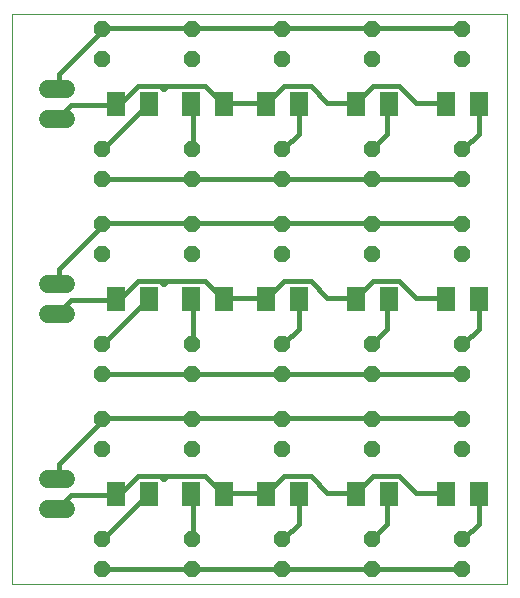
<source format=gtl>
G75*
G70*
%OFA0B0*%
%FSLAX24Y24*%
%IPPOS*%
%LPD*%
%AMOC8*
5,1,8,0,0,1.08239X$1,22.5*
%
%ADD10C,0.0000*%
%ADD11OC8,0.0520*%
%ADD12C,0.0594*%
%ADD13R,0.0630X0.0787*%
%ADD14C,0.0180*%
%ADD15C,0.0280*%
D10*
X000633Y002209D02*
X017133Y002209D01*
X017133Y021209D01*
X000633Y021209D01*
X000633Y002209D01*
D11*
X003633Y002709D03*
X003633Y003709D03*
X003633Y006709D03*
X003633Y007709D03*
X003633Y009209D03*
X003633Y010209D03*
X003633Y013209D03*
X003633Y014209D03*
X003633Y015709D03*
X003633Y016709D03*
X003633Y019709D03*
X003633Y020709D03*
X006633Y020709D03*
X006633Y019709D03*
X006633Y016709D03*
X006633Y015709D03*
X006633Y014209D03*
X006633Y013209D03*
X006633Y010209D03*
X006633Y009209D03*
X006633Y007709D03*
X006633Y006709D03*
X006633Y003709D03*
X006633Y002709D03*
X009633Y002709D03*
X009633Y003709D03*
X009633Y006709D03*
X009633Y007709D03*
X009633Y009209D03*
X009633Y010209D03*
X009633Y013209D03*
X009633Y014209D03*
X009633Y015709D03*
X009633Y016709D03*
X009633Y019709D03*
X009633Y020709D03*
X012633Y020709D03*
X012633Y019709D03*
X012633Y016709D03*
X012633Y015709D03*
X012633Y014209D03*
X012633Y013209D03*
X012633Y010209D03*
X012633Y009209D03*
X012633Y007709D03*
X012633Y006709D03*
X012633Y003709D03*
X012633Y002709D03*
X015633Y002709D03*
X015633Y003709D03*
X015633Y006709D03*
X015633Y007709D03*
X015633Y009209D03*
X015633Y010209D03*
X015633Y013209D03*
X015633Y014209D03*
X015633Y015709D03*
X015633Y016709D03*
X015633Y019709D03*
X015633Y020709D03*
D12*
X002430Y018709D02*
X001836Y018709D01*
X001836Y017709D02*
X002430Y017709D01*
X002430Y012209D02*
X001836Y012209D01*
X001836Y011209D02*
X002430Y011209D01*
X002430Y005709D02*
X001836Y005709D01*
X001836Y004709D02*
X002430Y004709D01*
D13*
X004082Y005209D03*
X005185Y005209D03*
X006582Y005209D03*
X007685Y005209D03*
X009082Y005209D03*
X010185Y005209D03*
X012082Y005209D03*
X013185Y005209D03*
X015082Y005209D03*
X016185Y005209D03*
X016185Y011709D03*
X015082Y011709D03*
X013185Y011709D03*
X012082Y011709D03*
X010185Y011709D03*
X009082Y011709D03*
X007685Y011709D03*
X006582Y011709D03*
X005185Y011709D03*
X004082Y011709D03*
X004082Y018209D03*
X005185Y018209D03*
X006582Y018209D03*
X007685Y018209D03*
X009082Y018209D03*
X010185Y018209D03*
X012082Y018209D03*
X013185Y018209D03*
X015082Y018209D03*
X016185Y018209D03*
D14*
X016173Y018169D01*
X016173Y017209D01*
X015693Y016729D01*
X015633Y016709D01*
X015633Y015709D02*
X015613Y015689D01*
X012653Y015689D01*
X012633Y015709D01*
X012573Y015689D01*
X009693Y015689D01*
X009633Y015709D01*
X009613Y015689D01*
X006653Y015689D01*
X006633Y015709D01*
X006573Y015689D01*
X003693Y015689D01*
X003633Y015709D01*
X003633Y016709D02*
X003693Y016729D01*
X005133Y018169D01*
X005185Y018209D01*
X004813Y018809D02*
X005693Y018809D01*
X005693Y018729D01*
X005693Y018809D02*
X007053Y018809D01*
X007613Y018249D01*
X007685Y018209D01*
X007693Y018249D01*
X009053Y018249D01*
X009082Y018209D01*
X009133Y018249D01*
X009693Y018809D01*
X010573Y018809D01*
X011133Y018249D01*
X012013Y018249D01*
X012082Y018209D01*
X012093Y018249D01*
X012653Y018809D01*
X013533Y018809D01*
X014093Y018249D01*
X015053Y018249D01*
X015082Y018209D01*
X013185Y018209D02*
X013133Y018169D01*
X013133Y017209D01*
X012633Y016709D01*
X012653Y014229D02*
X012633Y014209D01*
X012573Y014229D01*
X009693Y014229D01*
X009633Y014209D01*
X009613Y014229D01*
X006653Y014229D01*
X006633Y014209D01*
X006573Y014229D01*
X003693Y014229D01*
X003633Y014209D01*
X003613Y014149D01*
X002173Y012709D01*
X002173Y012229D01*
X002133Y012209D01*
X002573Y011669D02*
X002173Y011269D01*
X002133Y011209D01*
X002573Y011669D02*
X004013Y011669D01*
X004082Y011709D01*
X004093Y011749D01*
X004253Y011749D01*
X004813Y012309D01*
X005693Y012309D01*
X005693Y012229D01*
X005693Y012309D02*
X007053Y012309D01*
X007613Y011749D01*
X007685Y011709D01*
X007693Y011749D01*
X009053Y011749D01*
X009082Y011709D01*
X009133Y011749D01*
X009693Y012309D01*
X010573Y012309D01*
X011133Y011749D01*
X012013Y011749D01*
X012082Y011709D01*
X012093Y011749D01*
X012653Y012309D01*
X013533Y012309D01*
X014093Y011749D01*
X015053Y011749D01*
X015082Y011709D01*
X016173Y011669D02*
X016173Y010709D01*
X015693Y010229D01*
X015633Y010209D01*
X015633Y009209D02*
X015613Y009189D01*
X012653Y009189D01*
X012633Y009209D01*
X012573Y009189D01*
X009693Y009189D01*
X009633Y009209D01*
X009613Y009189D01*
X006653Y009189D01*
X006633Y009209D01*
X006573Y009189D01*
X003693Y009189D01*
X003633Y009209D01*
X003633Y010209D02*
X003693Y010229D01*
X005133Y011669D01*
X005185Y011709D01*
X006582Y011709D02*
X006653Y011669D01*
X006653Y010229D01*
X006633Y010209D01*
X006653Y007729D02*
X006633Y007709D01*
X006573Y007729D01*
X003693Y007729D01*
X003633Y007709D01*
X003613Y007649D01*
X002173Y006209D01*
X002173Y005729D01*
X002133Y005709D01*
X002573Y005169D02*
X002173Y004769D01*
X002133Y004709D01*
X002573Y005169D02*
X004013Y005169D01*
X004082Y005209D01*
X004093Y005249D01*
X004253Y005249D01*
X004813Y005809D01*
X005693Y005809D01*
X005693Y005729D01*
X005693Y005809D02*
X007053Y005809D01*
X007613Y005249D01*
X007685Y005209D01*
X007693Y005249D01*
X009053Y005249D01*
X009082Y005209D01*
X009133Y005249D01*
X009693Y005809D01*
X010573Y005809D01*
X011133Y005249D01*
X012013Y005249D01*
X012082Y005209D01*
X012093Y005249D01*
X012653Y005809D01*
X013533Y005809D01*
X014093Y005249D01*
X015053Y005249D01*
X015082Y005209D01*
X016173Y005169D02*
X016173Y004209D01*
X015693Y003729D01*
X015633Y003709D01*
X015633Y002709D02*
X015613Y002689D01*
X012653Y002689D01*
X012633Y002709D01*
X012573Y002689D01*
X009693Y002689D01*
X009633Y002709D01*
X009613Y002689D01*
X006653Y002689D01*
X006633Y002709D01*
X006573Y002689D01*
X003693Y002689D01*
X003633Y002709D01*
X003633Y003709D02*
X003693Y003729D01*
X005133Y005169D01*
X005185Y005209D01*
X006582Y005209D02*
X006653Y005169D01*
X006653Y003729D01*
X006633Y003709D01*
X009633Y003709D02*
X009693Y003729D01*
X010173Y004209D01*
X010173Y005169D01*
X010185Y005209D01*
X009633Y007709D02*
X009613Y007729D01*
X006653Y007729D01*
X009633Y007709D02*
X009693Y007729D01*
X012573Y007729D01*
X012633Y007709D01*
X012653Y007729D01*
X015613Y007729D01*
X015633Y007709D01*
X016185Y005209D02*
X016173Y005169D01*
X013185Y005209D02*
X013133Y005169D01*
X013133Y004209D01*
X012633Y003709D01*
X012633Y010209D02*
X013133Y010709D01*
X013133Y011669D01*
X013185Y011709D01*
X012653Y014229D02*
X015613Y014229D01*
X015633Y014209D01*
X016185Y011709D02*
X016173Y011669D01*
X010185Y011709D02*
X010173Y011669D01*
X010173Y010709D01*
X009693Y010229D01*
X009633Y010209D01*
X009633Y016709D02*
X009693Y016729D01*
X010173Y017209D01*
X010173Y018169D01*
X010185Y018209D01*
X009633Y020709D02*
X009613Y020729D01*
X006653Y020729D01*
X006633Y020709D01*
X006573Y020729D01*
X003693Y020729D01*
X003633Y020709D01*
X003613Y020649D01*
X002173Y019209D01*
X002173Y018729D01*
X002133Y018709D01*
X002573Y018169D02*
X002173Y017769D01*
X002133Y017709D01*
X002573Y018169D02*
X004013Y018169D01*
X004082Y018209D01*
X004093Y018249D01*
X004253Y018249D01*
X004813Y018809D01*
X006582Y018209D02*
X006653Y018169D01*
X006653Y016729D01*
X006633Y016709D01*
X009633Y020709D02*
X009693Y020729D01*
X012573Y020729D01*
X012633Y020709D01*
X012653Y020729D01*
X015613Y020729D01*
X015633Y020709D01*
D15*
X005693Y018729D03*
X005693Y012229D03*
X005693Y005729D03*
M02*

</source>
